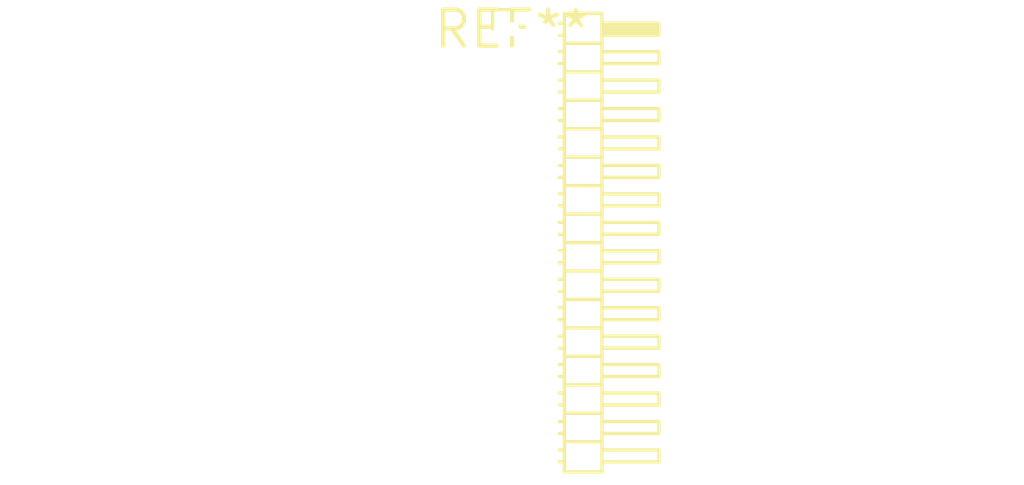
<source format=kicad_pcb>
(kicad_pcb (version 20240108) (generator pcbnew)
  (layers (0 "F.Cu" signal) (31 "B.Cu" signal) (34 "B.Paste" user) (35 "F.Paste" user) (36 "B.SilkS" user "B.Silkscreen") (37 "F.SilkS" user "F.Silkscreen") (38 "B.Mask" user) (39 "F.Mask" user) (44 "Edge.Cuts" user))
  (net 0 "")
  (footprint "PinHeader_2x16_P1.00mm_Horizontal" (layer "F.Cu") (at 0 0)
    (property "Reference" "REF**")
    (property "Value" "PinHeader_2x16_P1.00mm_Horizontal")
    (fp_line (start -0.685 -0.685) (end 0 -0.685) (layer "F.SilkS") (stroke (width 0.12)))
    (fp_line (start -0.685 0) (end -0.685 -0.685) (layer "F.SilkS") (stroke (width 0.12)))
    (fp_line (start 1.652016 -0.21) (end 1.84 -0.21) (layer "F.SilkS") (stroke (width 0.12)))
    (fp_line (start 1.652016 0.21) (end 1.84 0.21) (layer "F.SilkS") (stroke (width 0.12)))
    (fp_line (start 1.652016 0.79) (end 1.84 0.79) (layer "F.SilkS") (stroke (width 0.12)))
    (fp_line (start 1.652016 1.21) (end 1.84 1.21) (layer "F.SilkS") (stroke (width 0.12)))
    (fp_line (start 1.652016 1.79) (end 1.84 1.79) (layer "F.SilkS") (stroke (width 0.12)))
    (fp_line (start 1.652016 2.21) (end 1.84 2.21) (layer "F.SilkS") (stroke (width 0.12)))
    (fp_line (start 1.652016 2.79) (end 1.84 2.79) (layer "F.SilkS") (stroke (width 0.12)))
    (fp_line (start 1.652016 3.21) (end 1.84 3.21) (layer "F.SilkS") (stroke (width 0.12)))
    (fp_line (start 1.652016 3.79) (end 1.84 3.79) (layer "F.SilkS") (stroke (width 0.12)))
    (fp_line (start 1.652016 4.21) (end 1.84 4.21) (layer "F.SilkS") (stroke (width 0.12)))
    (fp_line (start 1.652016 4.79) (end 1.84 4.79) (layer "F.SilkS") (stroke (width 0.12)))
    (fp_line (start 1.652016 5.21) (end 1.84 5.21) (layer "F.SilkS") (stroke (width 0.12)))
    (fp_line (start 1.652016 5.79) (end 1.84 5.79) (layer "F.SilkS") (stroke (width 0.12)))
    (fp_line (start 1.652016 6.21) (end 1.84 6.21) (layer "F.SilkS") (stroke (width 0.12)))
    (fp_line (start 1.652016 6.79) (end 1.84 6.79) (layer "F.SilkS") (stroke (width 0.12)))
    (fp_line (start 1.652016 7.21) (end 1.84 7.21) (layer "F.SilkS") (stroke (width 0.12)))
    (fp_line (start 1.652016 7.79) (end 1.84 7.79) (layer "F.SilkS") (stroke (width 0.12)))
    (fp_line (start 1.652016 8.21) (end 1.84 8.21) (layer "F.SilkS") (stroke (width 0.12)))
    (fp_line (start 1.652016 8.79) (end 1.84 8.79) (layer "F.SilkS") (stroke (width 0.12)))
    (fp_line (start 1.652016 9.21) (end 1.84 9.21) (layer "F.SilkS") (stroke (width 0.12)))
    (fp_line (start 1.652016 9.79) (end 1.84 9.79) (layer "F.SilkS") (stroke (width 0.12)))
    (fp_line (start 1.652016 10.21) (end 1.84 10.21) (layer "F.SilkS") (stroke (width 0.12)))
    (fp_line (start 1.652016 10.79) (end 1.84 10.79) (layer "F.SilkS") (stroke (width 0.12)))
    (fp_line (start 1.652016 11.21) (end 1.84 11.21) (layer "F.SilkS") (stroke (width 0.12)))
    (fp_line (start 1.652016 11.79) (end 1.84 11.79) (layer "F.SilkS") (stroke (width 0.12)))
    (fp_line (start 1.652016 12.21) (end 1.84 12.21) (layer "F.SilkS") (stroke (width 0.12)))
    (fp_line (start 1.652016 12.79) (end 1.84 12.79) (layer "F.SilkS") (stroke (width 0.12)))
    (fp_line (start 1.652016 13.21) (end 1.84 13.21) (layer "F.SilkS") (stroke (width 0.12)))
    (fp_line (start 1.652016 13.79) (end 1.84 13.79) (layer "F.SilkS") (stroke (width 0.12)))
    (fp_line (start 1.652016 14.21) (end 1.84 14.21) (layer "F.SilkS") (stroke (width 0.12)))
    (fp_line (start 1.652016 14.79) (end 1.84 14.79) (layer "F.SilkS") (stroke (width 0.12)))
    (fp_line (start 1.652016 15.21) (end 1.84 15.21) (layer "F.SilkS") (stroke (width 0.12)))
    (fp_line (start 1.84 -0.56) (end 1.84 15.56) (layer "F.SilkS") (stroke (width 0.12)))
    (fp_line (start 1.84 0.5) (end 3.16 0.5) (layer "F.SilkS") (stroke (width 0.12)))
    (fp_line (start 1.84 1.5) (end 3.16 1.5) (layer "F.SilkS") (stroke (width 0.12)))
    (fp_line (start 1.84 2.5) (end 3.16 2.5) (layer "F.SilkS") (stroke (width 0.12)))
    (fp_line (start 1.84 3.5) (end 3.16 3.5) (layer "F.SilkS") (stroke (width 0.12)))
    (fp_line (start 1.84 4.5) (end 3.16 4.5) (layer "F.SilkS") (stroke (width 0.12)))
    (fp_line (start 1.84 5.5) (end 3.16 5.5) (layer "F.SilkS") (stroke (width 0.12)))
    (fp_line (start 1.84 6.5) (end 3.16 6.5) (layer "F.SilkS") (stroke (width 0.12)))
    (fp_line (start 1.84 7.5) (end 3.16 7.5) (layer "F.SilkS") (stroke (width 0.12)))
    (fp_line (start 1.84 8.5) (end 3.16 8.5) (layer "F.SilkS") (stroke (width 0.12)))
    (fp_line (start 1.84 9.5) (end 3.16 9.5) (layer "F.SilkS") (stroke (width 0.12)))
    (fp_line (start 1.84 10.5) (end 3.16 10.5) (layer "F.SilkS") (stroke (width 0.12)))
    (fp_line (start 1.84 11.5) (end 3.16 11.5) (layer "F.SilkS") (stroke (width 0.12)))
    (fp_line (start 1.84 12.5) (end 3.16 12.5) (layer "F.SilkS") (stroke (width 0.12)))
    (fp_line (start 1.84 13.5) (end 3.16 13.5) (layer "F.SilkS") (stroke (width 0.12)))
    (fp_line (start 1.84 14.5) (end 3.16 14.5) (layer "F.SilkS") (stroke (width 0.12)))
    (fp_line (start 1.84 15.56) (end 3.16 15.56) (layer "F.SilkS") (stroke (width 0.12)))
    (fp_line (start 3.16 -0.56) (end 1.84 -0.56) (layer "F.SilkS") (stroke (width 0.12)))
    (fp_line (start 3.16 -0.21) (end 5.16 -0.21) (layer "F.SilkS") (stroke (width 0.12)))
    (fp_line (start 3.16 -0.15) (end 5.16 -0.15) (layer "F.SilkS") (stroke (width 0.12)))
    (fp_line (start 3.16 -0.03) (end 5.16 -0.03) (layer "F.SilkS") (stroke (width 0.12)))
    (fp_line (start 3.16 0.09) (end 5.16 0.09) (layer "F.SilkS") (stroke (width 0.12)))
    (fp_line (start 3.16 0.79) (end 5.16 0.79) (layer "F.SilkS") (stroke (width 0.12)))
    (fp_line (start 3.16 1.79) (end 5.16 1.79) (layer "F.SilkS") (stroke (width 0.12)))
    (fp_line (start 3.16 2.79) (end 5.16 2.79) (layer "F.SilkS") (stroke (width 0.12)))
    (fp_line (start 3.16 3.79) (end 5.16 3.79) (layer "F.SilkS") (stroke (width 0.12)))
    (fp_line (start 3.16 4.79) (end 5.16 4.79) (layer "F.SilkS") (stroke (width 0.12)))
    (fp_line (start 3.16 5.79) (end 5.16 5.79) (layer "F.SilkS") (stroke (width 0.12)))
    (fp_line (start 3.16 6.79) (end 5.16 6.79) (layer "F.SilkS") (stroke (width 0.12)))
    (fp_line (start 3.16 7.79) (end 5.16 7.79) (layer "F.SilkS") (stroke (width 0.12)))
    (fp_line (start 3.16 8.79) (end 5.16 8.79) (layer "F.SilkS") (stroke (width 0.12)))
    (fp_line (start 3.16 9.79) (end 5.16 9.79) (layer "F.SilkS") (stroke (width 0.12)))
    (fp_line (start 3.16 10.79) (end 5.16 10.79) (layer "F.SilkS") (stroke (width 0.12)))
    (fp_line (start 3.16 11.79) (end 5.16 11.79) (layer "F.SilkS") (stroke (width 0.12)))
    (fp_line (start 3.16 12.79) (end 5.16 12.79) (layer "F.SilkS") (stroke (width 0.12)))
    (fp_line (start 3.16 13.79) (end 5.16 13.79) (layer "F.SilkS") (stroke (width 0.12)))
    (fp_line (start 3.16 14.79) (end 5.16 14.79) (layer "F.SilkS") (stroke (width 0.12)))
    (fp_line (start 3.16 15.56) (end 3.16 -0.56) (layer "F.SilkS") (stroke (width 0.12)))
    (fp_line (start 5.16 -0.21) (end 5.16 0.21) (layer "F.SilkS") (stroke (width 0.12)))
    (fp_line (start 5.16 0.21) (end 3.16 0.21) (layer "F.SilkS") (stroke (width 0.12)))
    (fp_line (start 5.16 0.79) (end 5.16 1.21) (layer "F.SilkS") (stroke (width 0.12)))
    (fp_line (start 5.16 1.21) (end 3.16 1.21) (layer "F.SilkS") (stroke (width 0.12)))
    (fp_line (start 5.16 1.79) (end 5.16 2.21) (layer "F.SilkS") (stroke (width 0.12)))
    (fp_line (start 5.16 2.21) (end 3.16 2.21) (layer "F.SilkS") (stroke (width 0.12)))
    (fp_line (start 5.16 2.79) (end 5.16 3.21) (layer "F.SilkS") (stroke (width 0.12)))
    (fp_line (start 5.16 3.21) (end 3.16 3.21) (layer "F.SilkS") (stroke (width 0.12)))
    (fp_line (start 5.16 3.79) (end 5.16 4.21) (layer "F.SilkS") (stroke (width 0.12)))
    (fp_line (start 5.16 4.21) (end 3.16 4.21) (layer "F.SilkS") (stroke (width 0.12)))
    (fp_line (start 5.16 4.79) (end 5.16 5.21) (layer "F.SilkS") (stroke (width 0.12)))
    (fp_line (start 5.16 5.21) (end 3.16 5.21) (layer "F.SilkS") (stroke (width 0.12)))
    (fp_line (start 5.16 5.79) (end 5.16 6.21) (layer "F.SilkS") (stroke (width 0.12)))
    (fp_line (start 5.16 6.21) (end 3.16 6.21) (layer "F.SilkS") (stroke (width 0.12)))
    (fp_line (start 5.16 6.79) (end 5.16 7.21) (layer "F.SilkS") (stroke (width 0.12)))
    (fp_line (start 5.16 7.21) (end 3.16 7.21) (layer "F.SilkS") (stroke (width 0.12)))
    (fp_line (start 5.16 7.79) (end 5.16 8.21) (layer "F.SilkS") (stroke (width 0.12)))
    (fp_line (start 5.16 8.21) (end 3.16 8.21) (layer "F.SilkS") (stroke (width 0.12)))
    (fp_line (start 5.16 8.79) (end 5.16 9.21) (layer "F.SilkS") (stroke (width 0.12)))
    (fp_line (start 5.16 9.21) (end 3.16 9.21) (layer "F.SilkS") (stroke (width 0.12)))
    (fp_line (start 5.16 9.79) (end 5.16 10.21) (layer "F.SilkS") (stroke (width 0.12)))
    (fp_line (start 5.16 10.21) (end 3.16 10.21) (layer "F.SilkS") (stroke (width 0.12)))
    (fp_line (start 5.16 10.79) (end 5.16 11.21) (layer "F.SilkS") (stroke (width 0.12)))
    (fp_line (start 5.16 11.21) (end 3.16 11.21) (layer "F.SilkS") (stroke (width 0.12)))
    (fp_line (start 5.16 11.79) (end 5.16 12.21) (layer "F.SilkS") (stroke (width 0.12)))
    (fp_line (start 5.16 12.21) (end 3.16 12.21) (layer "F.SilkS") (stroke (width 0.12)))
    (fp_line (start 5.16 12.79) (end 5.16 13.21) (layer "F.SilkS") (stroke (width 0.12)))
    (fp_line (start 5.16 13.21) (end 3.16 13.21) (layer "F.SilkS") (stroke (width 0.12)))
    (fp_line (start 5.16 13.79) (end 5.16 14.21) (layer "F.SilkS") (stroke (width 0.12)))
    (fp_line (start 5.16 14.21) (end 3.16 14.21) (layer "F.SilkS") (stroke (width 0.12)))
    (fp_line (start 5.16 14.79) (end 5.16 15.21) (layer "F.SilkS") (stroke (width 0.12)))
    (fp_line (start 5.16 15.21) (end 3.16 15.21) (layer "F.SilkS") (stroke (width 0.12)))
    (pad "1" thru_hole rect (at 0 0) (size 0.85 0.85) (drill 0.5) (layers *.Cu *.Mask) (remove_unused_layers))
    (pad "2" thru_hole oval (at 1 0) (size 0.85 0.85) (drill 0.5) (layers *.Cu *.Mask) (remove_unused_layers))
    (pad "3" thru_hole oval (at 0 1) (size 0.85 0.85) (drill 0.5) (layers *.Cu *.Mask) (remove_unused_layers))
    (pad "4" thru_hole oval (at 1 1) (size 0.85 0.85) (drill 0.5) (layers *.Cu *.Mask) (remove_unused_layers))
    (pad "5" thru_hole oval (at 0 2) (size 0.85 0.85) (drill 0.5) (layers *.Cu *.Mask) (remove_unused_layers))
    (pad "6" thru_hole oval (at 1 2) (size 0.85 0.85) (drill 0.5) (layers *.Cu *.Mask) (remove_unused_layers))
    (pad "7" thru_hole oval (at 0 3) (size 0.85 0.85) (drill 0.5) (layers *.Cu *.Mask) (remove_unused_layers))
    (pad "8" thru_hole oval (at 1 3) (size 0.85 0.85) (drill 0.5) (layers *.Cu *.Mask) (remove_unused_layers))
    (pad "9" thru_hole oval (at 0 4) (size 0.85 0.85) (drill 0.5) (layers *.Cu *.Mask) (remove_unused_layers))
    (pad "10" thru_hole oval (at 1 4) (size 0.85 0.85) (drill 0.5) (layers *.Cu *.Mask) (remove_unused_layers))
    (pad "11" thru_hole oval (at 0 5) (size 0.85 0.85) (drill 0.5) (layers *.Cu *.Mask) (remove_unused_layers))
    (pad "12" thru_hole oval (at 1 5) (size 0.85 0.85) (drill 0.5) (layers *.Cu *.Mask) (remove_unused_layers))
    (pad "13" thru_hole oval (at 0 6) (size 0.85 0.85) (drill 0.5) (layers *.Cu *.Mask) (remove_unused_layers))
    (pad "14" thru_hole oval (at 1 6) (size 0.85 0.85) (drill 0.5) (layers *.Cu *.Mask) (remove_unused_layers))
    (pad "15" thru_hole oval (at 0 7) (size 0.85 0.85) (drill 0.5) (layers *.Cu *.Mask) (remove_unused_layers))
    (pad "16" thru_hole oval (at 1 7) (size 0.85 0.85) (drill 0.5) (layers *.Cu *.Mask) (remove_unused_layers))
    (pad "17" thru_hole oval (at 0 8) (size 0.85 0.85) (drill 0.5) (layers *.Cu *.Mask) (remove_unused_layers))
    (pad "18" thru_hole oval (at 1 8) (size 0.85 0.85) (drill 0.5) (layers *.Cu *.Mask) (remove_unused_layers))
    (pad "19" thru_hole oval (at 0 9) (size 0.85 0.85) (drill 0.5) (layers *.Cu *.Mask) (remove_unused_layers))
    (pad "20" thru_hole oval (at 1 9) (size 0.85 0.85) (drill 0.5) (layers *.Cu *.Mask) (remove_unused_layers))
    (pad "21" thru_hole oval (at 0 10) (size 0.85 0.85) (drill 0.5) (layers *.Cu *.Mask) (remove_unused_layers))
    (pad "22" thru_hole oval (at 1 10) (size 0.85 0.85) (drill 0.5) (layers *.Cu *.Mask) (remove_unused_layers))
    (pad "23" thru_hole oval (at 0 11) (size 0.85 0.85) (drill 0.5) (layers *.Cu *.Mask) (remove_unused_layers))
    (pad "24" thru_hole oval (at 1 11) (size 0.85 0.85) (drill 0.5) (layers *.Cu *.Mask) (remove_unused_layers))
    (pad "25" thru_hole oval (at 0 12) (size 0.85 0.85) (drill 0.5) (layers *.Cu *.Mask) (remove_unused_layers))
    (pad "26" thru_hole oval (at 1 12) (size 0.85 0.85) (drill 0.5) (layers *.Cu *.Mask) (remove_unused_layers))
    (pad "27" thru_hole oval (at 0 13) (size 0.85 0.85) (drill 0.5) (layers *.Cu *.Mask) (remove_unused_layers))
    (pad "28" thru_hole oval (at 1 13) (size 0.85 0.85) (drill 0.5) (layers *.Cu *.Mask) (remove_unused_layers))
    (pad "29" thru_hole oval (at 0 14) (size 0.85 0.85) (drill 0.5) (layers *.Cu *.Mask) (remove_unused_layers))
    (pad "30" thru_hole oval (at 1 14) (size 0.85 0.85) (drill 0.5) (layers *.Cu *.Mask) (remove_unused_layers))
    (pad "31" thru_hole oval (at 0 15) (size 0.85 0.85) (drill 0.5) (layers *.Cu *.Mask) (remove_unused_layers))
    (pad "32" thru_hole oval (at 1 15) (size 0.85 0.85) (drill 0.5) (layers *.Cu *.Mask) (remove_unused_layers))
  )
)
</source>
